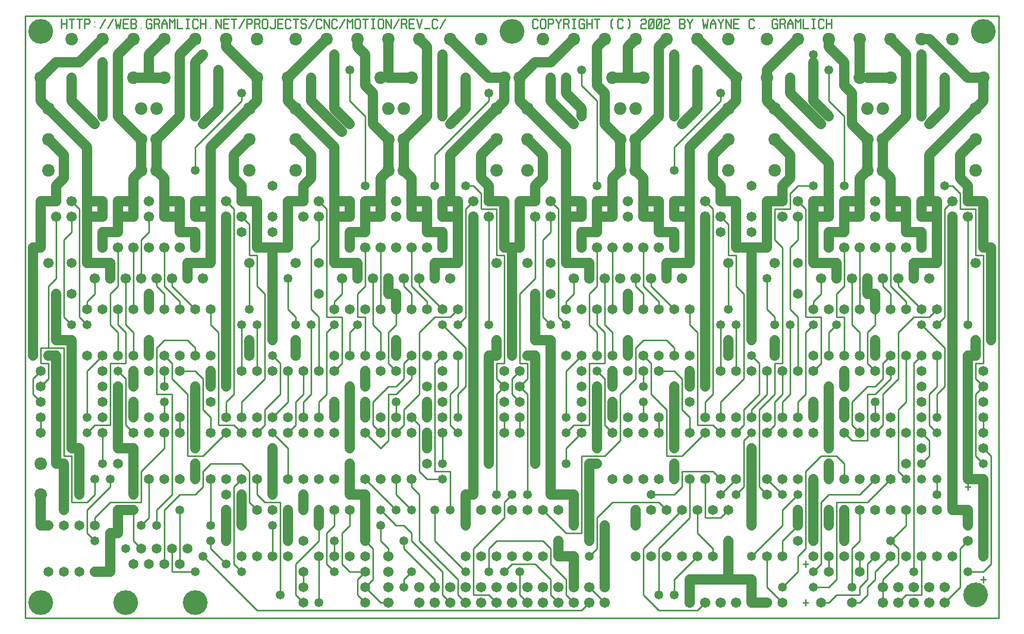
<source format=gtl>
%MOIN*%
%FSLAX25Y25*%
G04 D10 used for Character Trace; *
G04     Circle (OD=.01000) (No hole)*
G04 D11 used for Power Trace; *
G04     Circle (OD=.06700) (No hole)*
G04 D12 used for Signal Trace; *
G04     Circle (OD=.01100) (No hole)*
G04 D13 used for Via; *
G04     Circle (OD=.05800) (Round. Hole ID=.02800)*
G04 D14 used for Component hole; *
G04     Circle (OD=.06500) (Round. Hole ID=.03500)*
G04 D15 used for Component hole; *
G04     Circle (OD=.06700) (Round. Hole ID=.04300)*
G04 D16 used for Component hole; *
G04     Circle (OD=.08100) (Round. Hole ID=.05100)*
G04 D17 used for Component hole; *
G04     Circle (OD=.08900) (Round. Hole ID=.05900)*
G04 D18 used for Component hole; *
G04     Circle (OD=.11300) (Round. Hole ID=.08300)*
G04 D19 used for Component hole; *
G04     Circle (OD=.16000) (Round. Hole ID=.13000)*
G04 D20 used for Component hole; *
G04     Circle (OD=.18300) (Round. Hole ID=.15300)*
G04 D21 used for Component hole; *
G04     Circle (OD=.22291) (Round. Hole ID=.19291)*
%ADD10C,.01000*%
%ADD11C,.06700*%
%ADD12C,.01100*%
%ADD13C,.05800*%
%ADD14C,.06500*%
%ADD15C,.06700*%
%ADD16C,.08100*%
%ADD17C,.08900*%
%ADD18C,.11300*%
%ADD19C,.16000*%
%ADD20C,.18300*%
%ADD21C,.22291*%
%IPPOS*%
%LPD*%
G90*X0Y0D02*D19*X10000Y10000D03*D14*              
X25000Y30000D03*X15000D03*X35000D03*X45000D03*D11*
X55000D01*Y55000D01*X60000D01*Y70000D01*D13*D03*  
D11*X70000D01*D13*D03*D12*Y50000D01*              
X75000Y45000D01*D14*D03*X70000Y35000D03*          
X85000Y45000D03*D13*X65000D03*D14*X80000Y35000D03*
X90000D03*D12*Y70000D01*X100000Y80000D01*         
X110000D01*X115000Y85000D01*Y95000D01*            
X120000Y100000D01*X140000D01*X145000Y95000D01*    
Y75000D01*X150000Y70000D01*D14*D03*D12*           
X155000Y75000D02*X165000D01*Y15000D01*D13*D03*D12*
X180000Y10000D02*X175000Y15000D01*D14*            
X180000Y10000D03*D12*X175000Y15000D02*Y35000D01*  
X190000Y50000D01*Y60000D01*D13*D03*D11*Y70000D01* 
D14*D03*D12*X195000Y55000D02*X200000Y60000D01*    
X195000Y35000D02*Y55000D01*X200000Y30000D02*      
X195000Y35000D01*D13*X200000Y30000D03*D12*        
X210000D02*X205000Y35000D01*X210000Y30000D02*     
X220000D01*D14*D03*D12*X215000Y25000D01*Y15000D01*
X220000Y10000D01*D14*D03*D12*X230000D02*          
X235000D01*D15*D03*D12*X230000D02*                
X220000Y20000D01*D14*D03*D12*X225000Y25000D01*    
Y45000D01*X220000Y50000D01*D13*D03*D11*Y70000D01* 
D14*D03*D11*Y80000D01*X210000D01*Y90000D01*D14*   
D03*D11*Y100000D01*D13*D03*D14*X220000Y90000D03*  
D12*X240000Y70000D01*D13*D03*X230000Y60000D03*D12*
Y50000D01*X235000Y45000D01*Y40000D01*D15*D03*D13* 
X245000Y50000D03*D12*Y45000D01*X265000Y25000D01*  
Y20000D01*D15*D03*D12*X275000Y10000D02*           
X270000Y15000D01*D15*X275000Y10000D03*D12*        
X285000D02*X280000Y15000D01*D15*X285000Y10000D03* 
D12*X290000Y15000D02*X300000D01*X305000Y10000D01* 
D15*D03*X315000Y20000D03*X295000D03*              
X315000Y10000D03*X305000Y20000D03*                
X295000Y10000D03*D12*X290000Y15000D02*Y45000D01*  
X310000Y65000D01*Y75000D01*X315000Y80000D01*D13*  
D03*D14*X325000Y70000D03*X305000D03*D13*          
X325000Y80000D03*D12*Y145000D01*X320000Y150000D01*
D14*D03*D12*X325000Y155000D01*Y165000D01*         
X320000D01*Y210000D01*X330000Y220000D01*          
Y260000D01*D15*D03*D12*X335000Y245000D02*         
X340000Y250000D01*X335000Y195000D02*Y245000D01*   
X340000Y190000D02*X335000Y195000D01*D13*          
X340000Y190000D03*D12*X350000D02*                 
X345000Y195000D01*D13*X350000Y190000D03*D12*      
X345000Y195000D02*Y265000D01*X340000Y270000D01*   
D15*D03*X350000Y260000D03*D11*Y230000D01*         
X365000D01*Y220000D01*D15*D03*D12*Y210000D02*     
X370000Y215000D01*X365000Y190000D02*Y210000D01*   
X370000Y185000D02*X365000Y190000D01*              
X370000Y170000D02*Y185000D01*D14*Y170000D03*D12*  
X365000Y165000D02*X375000D01*X365000Y125000D02*   
Y165000D01*X355000Y125000D02*X365000D01*          
X350000Y120000D02*X355000Y125000D01*D13*          
X350000Y120000D03*D14*X360000Y130000D03*D13*      
X340000Y110000D03*D11*Y80000D01*X355000D01*       
Y60000D01*D13*D03*D12*X350000Y55000D02*X360000D01*
X350000D02*X335000Y70000D01*D14*D03*X345000D03*   
X315000D03*D12*X340000Y45000D02*X335000Y50000D01* 
X340000Y35000D02*Y45000D01*X350000Y25000D02*      
X340000Y35000D01*X350000Y15000D02*Y25000D01*      
X355000Y10000D02*X350000Y15000D01*D15*            
X355000Y10000D03*D12*X150000Y5000D02*X360000D01*  
X150000D02*X115000Y40000D01*D13*D03*D12*          
X130000Y35000D02*X120000Y45000D01*D13*            
X130000Y35000D03*D12*X140000Y30000D02*            
X135000Y35000D01*D13*X140000Y30000D03*D12*        
X135000Y35000D02*Y85000D01*X140000Y90000D01*D14*  
D03*D12*X155000Y75000D02*X150000Y80000D01*D14*    
X160000Y70000D03*D13*Y80000D03*D11*Y110000D01*D13*
D03*D14*X170000Y120000D03*D12*X175000Y125000D01*  
Y140000D01*X180000Y145000D01*Y160000D01*D14*D03*  
X190000D03*D12*Y195000D01*X185000Y200000D01*      
Y240000D01*X190000Y245000D01*Y260000D01*D15*D03*  
D12*X195000Y195000D02*Y265000D01*Y195000D02*      
X205000D01*Y165000D01*X200000Y160000D01*D14*D03*  
D13*X210000Y150000D03*D11*Y120000D01*D14*D03*D11* 
Y110000D01*D13*D03*D14*X220000Y120000D03*D12*     
X230000Y110000D01*X235000Y115000D01*Y145000D01*   
X240000D01*X250000Y155000D01*Y160000D01*D14*D03*  
D12*X245000Y155000D02*Y165000D01*                 
X240000Y150000D02*X245000Y155000D01*              
X235000Y150000D02*X240000D01*X225000Y140000D02*   
X235000Y150000D01*X225000Y125000D02*Y140000D01*   
X230000Y120000D02*X225000Y125000D01*D14*          
X230000Y120000D03*X240000Y130000D03*D12*          
Y140000D01*D13*D03*D12*X245000Y125000D02*         
Y135000D01*X240000Y120000D02*X245000Y125000D01*   
D14*X240000Y120000D03*X250000Y130000D03*D12*      
X255000Y125000D01*Y95000D01*X260000Y90000D01*     
X270000D01*D13*D03*D12*X275000Y70000D02*Y95000D01*
D13*Y70000D03*X285000Y60000D03*D11*Y70000D01*D14* 
D03*D11*Y80000D01*X290000D01*Y110000D01*D13*D03*  
D11*Y150000D01*D13*D03*D11*Y210000D01*D13*D03*D11*
Y260000D01*D15*D03*D12*X295000Y265000D02*         
X305000D01*Y235000D01*X310000D01*Y165000D01*      
X305000D01*Y155000D01*X310000Y150000D01*D14*D03*  
D12*X305000Y145000D01*Y80000D01*D13*D03*D14*      
X295000Y70000D03*D13*X300000Y100000D03*D11*       
Y140000D01*D13*D03*D11*Y170000D01*X305000D01*D15* 
D03*D11*Y180000D01*D13*D03*X315000Y170000D03*D11* 
Y180000D01*D13*D03*D11*Y240000D01*X310000D01*D13* 
D03*D11*Y270000D01*X300000D01*D15*D03*D11*        
Y280000D01*X295000Y285000D01*Y300000D01*          
X305000Y310000D01*D16*D03*X325000Y290000D03*      
Y330000D03*D11*X350000Y305000D01*Y270000D01*D15*  
D03*D11*Y260000D01*X360000D01*D15*D03*D11*        
Y270000D01*D15*D03*D11*X350000D01*D15*            
X340000Y260000D03*D12*Y250000D01*D11*             
X320000Y240000D02*Y270000D01*D13*Y240000D03*D11*  
X315000D01*D15*X325000Y230000D03*X305000D03*      
X300000Y260000D03*D12*Y190000D01*D13*D03*D12*     
X285000Y150000D02*Y175000D01*X280000Y145000D02*   
X285000Y150000D01*X280000Y130000D02*Y145000D01*   
D13*Y130000D03*D12*Y120000D02*X275000Y125000D01*  
D13*X280000Y120000D03*D12*X275000Y125000D02*      
Y145000D01*X280000Y150000D01*Y170000D01*D14*D03*  
D12*X285000Y175000D02*X270000Y190000D01*D13*D03*  
D12*X265000Y195000D02*X275000D01*                 
X255000Y185000D02*X265000Y195000D01*              
X255000Y145000D02*Y185000D01*X245000Y135000D02*   
X255000Y145000D01*D14*X260000Y120000D03*D11*      
Y110000D01*D13*D03*X270000Y100000D03*D12*         
Y120000D01*D14*D03*X260000Y130000D03*D11*         
Y140000D01*D13*D03*D14*X270000Y130000D03*         
Y150000D03*Y140000D03*X260000Y150000D03*          
X240000Y160000D03*D12*X235000Y165000D01*          
Y185000D01*X240000Y190000D01*Y200000D01*D14*D03*  
D11*Y210000D01*X235000D01*D13*D03*D11*Y220000D01* 
D15*D03*D12*X250000Y210000D02*X245000Y215000D01*  
X250000Y200000D02*Y210000D01*D14*Y200000D03*      
X260000D03*D12*Y205000D01*X250000Y215000D01*      
Y240000D01*D15*D03*D11*X260000Y250000D02*         
X270000D01*Y240000D01*D15*D03*D11*                
X265000Y230000D02*X280000D01*X265000Y220000D02*   
Y230000D01*D15*Y220000D03*X275000D03*X255000D03*  
D12*Y215000D01*X270000Y200000D01*D14*D03*D12*     
X275000Y195000D02*X280000Y200000D01*D14*D03*D12*  
Y190000D02*X285000Y195000D01*D13*                 
X280000Y190000D03*D12*X285000Y195000D02*          
Y265000D01*X290000Y270000D01*D15*D03*D12*         
X295000Y265000D02*Y275000D01*X290000Y280000D01*   
X285000D01*D13*D03*D11*X270000Y270000D02*         
X275000D01*D15*X270000D03*D11*Y260000D01*D15*D03* 
D11*X280000D01*D15*D03*D11*Y230000D01*            
X260000Y250000D02*Y260000D01*D15*D03*D11*         
X250000D01*D15*D03*D11*Y270000D01*D15*D03*D11*    
X260000D01*D15*D03*D11*Y260000D01*                
X250000Y270000D02*Y285000D01*X245000Y290000D01*   
D16*D03*D11*Y310000D01*D16*D03*D11*               
X260000Y325000D01*Y370000D01*X255000Y375000D01*   
D16*D03*D13*X270000Y365000D03*D11*Y325000D01*D13* 
D03*X275000Y320000D03*D11*X285000Y330000D01*      
Y350000D01*D13*D03*D12*X265000Y300000D02*         
X300000Y335000D01*X265000Y280000D02*Y300000D01*   
D13*Y280000D03*D11*X275000Y270000D02*X280000D01*  
D15*D03*D11*Y260000D01*X275000Y270000D02*         
Y300000D01*X305000Y330000D01*D16*D03*D11*         
X310000Y335000D01*Y350000D01*D16*D03*D11*         
X300000D01*X275000Y375000D01*D16*D03*X295000D03*  
X250000Y350000D03*D11*X235000D01*Y375000D01*D16*  
D03*D11*X220000Y345000D02*Y365000D01*             
X225000Y340000D02*X220000Y345000D01*              
X225000Y320000D02*Y340000D01*X235000Y310000D02*   
X225000Y320000D01*D16*X235000Y310000D03*D11*      
Y290000D01*D16*D03*D11*X230000Y285000D01*         
Y270000D01*D15*D03*D11*Y260000D01*D15*D03*D11*    
X220000D01*D15*D03*D11*Y250000D01*X210000D01*     
Y240000D01*D15*D03*D11*X200000Y230000D02*         
X215000D01*Y220000D01*D15*D03*D12*Y210000D02*     
X220000Y215000D01*X215000Y195000D02*Y210000D01*   
Y195000D02*X220000D01*Y170000D01*D14*D03*         
X230000Y160000D03*Y170000D03*D12*Y185000D01*      
X225000Y190000D01*Y220000D01*D15*D03*D12*         
X220000Y215000D02*Y240000D01*D15*D03*X230000D03*  
D12*Y200000D01*D14*D03*X220000D03*D12*            
X245000Y215000D02*Y220000D01*D15*D03*             
X260000Y240000D03*X240000D03*D13*                 
X215000Y190000D03*D12*X210000Y185000D01*          
Y170000D01*D14*D03*X220000Y160000D03*D11*         
Y150000D01*D13*D03*Y140000D03*D11*Y130000D01*D14* 
D03*X230000D03*D13*X200000Y140000D03*D11*         
Y130000D01*D14*D03*D12*X190000D02*Y140000D01*D14* 
Y130000D03*X200000Y120000D03*D12*                 
X180000Y130000D02*Y140000D01*D14*Y130000D03*      
X190000Y120000D03*D12*Y140000D02*                 
X195000Y145000D01*Y185000D01*X200000Y190000D01*   
D13*D03*D14*X210000Y200000D03*X200000D03*D12*     
Y205000D01*X205000Y210000D01*Y220000D01*D15*D03*  
D11*X200000Y230000D02*Y260000D01*D15*D03*D11*     
X210000D01*D15*D03*D11*Y270000D01*D15*D03*D11*    
X200000D01*D15*D03*D11*Y260000D01*D12*            
X195000Y265000D02*X190000Y270000D01*D15*D03*D11*  
X180000D02*Y280000D01*D15*Y270000D03*D11*         
X170000D01*Y240000D01*D13*D03*D11*X160000D01*     
Y180000D01*D13*D03*X150000Y190000D03*D12*         
Y160000D01*D14*D03*D12*X140000Y140000D02*         
X155000Y155000D01*X140000Y130000D02*Y140000D01*   
D14*Y130000D03*D12*Y120000D02*X135000Y125000D01*  
D14*X140000Y120000D03*D12*X125000Y125000D02*      
X135000D01*X125000D02*Y185000D01*                 
X120000Y190000D01*Y200000D01*D14*D03*D13*         
X130000Y210000D03*D11*Y160000D01*D14*D03*D11*     
Y150000D01*D13*D03*D12*Y140000D02*                
X135000Y145000D01*X130000Y130000D02*Y140000D01*   
D14*Y130000D03*X120000Y140000D03*Y120000D03*D12*  
Y130000D01*X115000Y135000D01*Y155000D01*          
X110000Y160000D01*X100000D01*D14*D03*D12*         
X95000Y155000D02*Y165000D01*X105000Y145000D02*    
X95000Y155000D01*X105000Y105000D02*Y145000D01*    
Y105000D02*X115000D01*X130000Y120000D01*D14*D03*  
D13*X110000Y100000D03*D11*Y90000D01*D14*D03*      
X120000D03*D12*Y60000D01*D13*D03*X130000Y50000D03*
D11*Y60000D01*D14*D03*D11*Y70000D01*D13*D03*      
X140000Y60000D03*D11*Y70000D01*D14*D03*D11*       
Y80000D01*D13*D03*D14*X150000Y90000D03*D12*       
Y80000D01*D14*X170000Y70000D03*D11*Y50000D01*D13* 
D03*X160000Y60000D03*D12*Y40000D01*D14*D03*       
X170000D03*X150000D03*X180000Y20000D03*D12*       
Y30000D01*D14*D03*X190000Y40000D03*D12*Y10000D01* 
D13*D03*D12*X205000Y35000D02*Y55000D01*           
X210000Y60000D01*Y70000D01*D14*D03*D12*           
X200000Y60000D02*Y70000D01*D14*D03*               
X180000Y90000D03*Y50000D03*D13*Y80000D03*D11*     
Y70000D01*D14*D03*D13*X200000Y50000D03*D12*       
Y40000D01*D14*D03*X210000D03*X220000D03*D13*      
X230000Y70000D03*D12*X240000Y60000D01*X245000D01* 
X250000Y55000D01*Y50000D01*X270000Y30000D01*      
Y15000D01*D15*X275000Y20000D03*X265000Y10000D03*  
D12*X280000Y15000D02*Y25000D01*D15*               
X285000Y20000D03*D12*X280000Y25000D02*            
X255000Y50000D01*Y80000D01*X250000Y85000D01*      
Y90000D01*D14*D03*X260000Y100000D03*D12*          
X250000Y70000D02*X240000Y80000D01*D13*            
X250000Y70000D03*D12*X240000Y80000D02*Y90000D01*  
D14*D03*X230000D03*D13*X265000Y70000D03*D12*      
Y50000D01*X285000Y30000D01*D13*D03*D14*           
X295000Y40000D03*X285000D03*D12*X300000Y30000D02* 
Y45000D01*D13*Y30000D03*D14*X305000Y40000D03*D13* 
X310000Y30000D03*D12*X315000Y35000D01*X330000D01* 
X340000Y25000D01*Y15000D01*X345000Y10000D01*D15*  
D03*X355000Y20000D03*D11*Y40000D01*X345000D01*D14*
D03*D11*Y50000D01*D13*D03*D14*X335000Y40000D03*   
D12*X305000Y50000D02*X335000D01*X300000Y45000D02* 
X305000Y50000D01*D14*X315000Y40000D03*D13*        
X320000Y30000D03*D12*Y15000D01*X325000Y10000D01*  
D15*D03*X335000Y20000D03*Y10000D03*               
X325000Y20000D03*X345000D03*D14*X325000Y40000D03* 
D12*X360000Y5000D02*X365000Y10000D01*D15*D03*     
X375000Y20000D03*D11*Y40000D01*D14*D03*D11*       
Y60000D01*D14*D03*D12*X370000Y45000D02*Y65000D01* 
X365000Y40000D02*X370000Y45000D01*D13*            
X365000Y40000D03*Y50000D03*D11*Y100000D01*        
X370000D01*D14*D03*D12*X360000Y105000D02*         
X375000D01*X360000Y55000D02*Y105000D01*           
X370000Y65000D02*X380000Y75000D01*X410000D01*     
X415000Y70000D01*D14*D03*D13*X405000Y80000D03*D12*
X420000D01*X425000Y85000D01*Y95000D01*X445000D01* 
X450000Y90000D01*D14*D03*D13*X460000Y80000D03*D12*
X465000Y85000D01*Y115000D01*X470000Y120000D01*D13*
D03*D12*X460000D02*X465000Y125000D01*D14*         
X460000Y120000D03*D12*X465000Y125000D02*          
Y135000D01*X475000Y145000D01*Y165000D01*          
X470000Y170000D01*D13*D03*D14*X480000Y160000D03*  
D12*Y145000D01*X470000Y135000D01*Y130000D01*D14*  
D03*D12*X475000Y85000D02*Y135000D01*              
X480000Y80000D02*X475000Y85000D01*D14*            
X480000Y80000D03*D12*X490000Y60000D02*Y70000D01*  
X470000Y40000D02*X490000Y60000D01*D13*            
X470000Y40000D03*D14*X480000D03*D12*Y20000D01*    
X490000Y10000D01*D14*D03*D13*Y20000D03*D12*       
X500000Y30000D01*Y40000D01*X505000Y45000D01*      
Y95000D01*X515000Y105000D01*X525000D01*           
X530000Y100000D01*Y90000D01*D14*D03*D12*          
X520000Y80000D02*X540000D01*X515000Y75000D02*     
X520000Y80000D01*X515000Y35000D02*Y75000D01*      
X510000Y30000D02*X515000Y35000D01*D13*            
X510000Y30000D03*D10*X503326Y35000D02*X506674D01* 
X505000Y36914D02*Y33086D01*D12*X510000Y20000D02*  
X520000D01*D13*X510000D03*D12*X515000Y10000D02*   
X520000D01*D14*X515000D03*D12*X520000D02*         
X525000Y15000D01*X540000D01*Y20000D01*            
X545000Y25000D01*Y35000D01*X550000Y40000D01*D14*  
D03*D13*X560000Y50000D03*D12*X565000Y45000D01*    
Y35000D01*X555000Y25000D01*Y20000D01*D15*D03*D12* 
Y10000D01*D15*D03*X565000Y20000D03*D12*           
X545000Y15000D02*Y20000D01*X540000Y10000D02*      
X545000Y15000D01*X535000Y10000D02*X540000D01*D14* 
X535000D03*D12*X545000Y20000D02*X550000Y25000D01* 
Y30000D01*X560000Y40000D01*D14*D03*X570000D03*D12*
X560000Y50000D02*X570000Y60000D01*Y70000D01*D14*  
D03*X580000D03*X560000D03*D13*X590000Y90000D03*   
D12*Y80000D01*D13*D03*D11*X600000Y70000D02*       
X610000D01*D14*D03*D11*Y60000D01*D13*D03*         
X620000Y50000D03*D11*Y40000D01*D14*D03*D12*       
Y30000D02*X625000Y35000D01*X610000Y30000D02*      
X620000D01*D13*X610000D03*D14*X600000Y40000D03*   
D10*X618326Y25000D02*X621674D01*X620000Y26914D02* 
Y23086D01*D12*X595000Y10000D02*X605000Y20000D01*  
D15*X595000Y10000D03*D12*X605000Y20000D02*        
Y45000D01*X610000Y50000D01*D14*D03*D11*X620000D02*
Y90000D01*X610000D01*Y100000D01*D13*D03*D11*      
Y140000D01*D13*D03*D11*Y170000D01*X615000D01*D15* 
D03*D11*Y180000D01*D13*D03*X625000D03*D11*        
Y240000D01*X620000D01*D13*D03*D11*Y270000D01*     
X610000D01*D15*D03*D11*Y280000D01*                
X605000Y285000D01*Y300000D01*X615000Y310000D01*   
D16*D03*D11*X585000Y320000D02*X595000Y330000D01*  
D13*X585000Y320000D03*X580000Y325000D03*D11*      
Y365000D01*D13*D03*D11*X610000Y350000D02*         
X585000Y375000D01*X610000Y350000D02*X620000D01*   
D16*D03*D11*Y335000D01*X615000Y330000D01*D16*D03* 
D11*X585000Y300000D01*Y270000D01*X580000D01*D15*  
D03*D11*Y260000D01*D15*D03*D11*X590000D01*D15*D03*
D11*Y230000D01*X575000D01*Y220000D01*D15*D03*     
X585000D03*X565000D03*D12*Y215000D01*             
X580000Y200000D01*D14*D03*D12*X575000Y195000D02*  
X585000D01*X565000Y185000D02*X575000Y195000D01*   
X565000Y155000D02*Y185000D01*X555000Y145000D02*   
X565000Y155000D01*X555000Y125000D02*Y145000D01*   
X550000Y120000D02*X555000Y125000D01*D14*          
X550000Y120000D03*D12*X535000Y115000D02*          
X545000D01*X535000D02*X530000Y120000D01*D14*D03*  
D12*X540000D02*X535000Y125000D01*D14*             
X540000Y120000D03*D12*X545000Y115000D02*          
Y145000D01*X550000D01*X560000Y155000D01*          
Y160000D01*D14*D03*D12*X555000Y155000D02*         
Y165000D01*X550000Y150000D02*X555000Y155000D01*   
X545000Y150000D02*X550000D01*X535000Y140000D02*   
X545000Y150000D01*X535000Y125000D02*Y140000D01*   
D14*X540000Y130000D03*X530000D03*D11*Y140000D01*  
D13*D03*X520000Y150000D03*D11*Y120000D01*D14*D03* 
D11*Y110000D01*D13*D03*D14*X510000Y120000D03*D13* 
X520000Y100000D03*D11*Y90000D01*D14*D03*          
X510000D03*D11*Y50000D01*D13*D03*D14*             
X520000Y40000D03*D12*Y30000D01*D14*D03*D12*       
Y20000D02*X525000Y25000D01*Y75000D01*X545000D01*  
X560000Y90000D01*D14*D03*D12*X570000D02*          
X565000Y95000D01*D13*X570000Y90000D03*D12*        
X565000Y95000D02*Y135000D01*X570000Y140000D01*    
Y170000D01*D14*D03*D12*X575000Y30000D02*          
Y165000D01*D13*Y30000D03*D15*X585000Y20000D03*D14*
X580000Y40000D03*D12*Y15000D01*X570000D01*        
X565000Y10000D01*D15*D03*X575000Y20000D03*        
Y10000D03*X585000D03*D14*X540000Y30000D03*D12*    
Y40000D01*D14*D03*D12*X535000Y20000D02*Y45000D01* 
D13*Y20000D03*D14*X530000Y40000D03*X510000D03*D12*
X535000Y45000D02*X540000Y50000D01*Y70000D01*D14*  
D03*X550000D03*D12*X540000Y80000D02*              
X550000Y90000D01*D14*D03*X540000D03*              
X530000Y70000D03*D11*Y50000D01*D13*D03*           
X520000Y60000D03*D11*Y70000D01*D14*D03*           
X500000Y90000D03*Y50000D03*D13*Y80000D03*D12*     
X490000Y70000D01*D13*X500000Y60000D03*D12*        
X490000Y50000D01*Y40000D01*D14*D03*D13*           
X470000Y60000D03*D11*Y110000D01*D13*D03*D14*      
X480000Y120000D03*D12*X485000Y125000D01*          
Y140000D01*X490000Y145000D01*Y160000D01*D14*D03*  
D12*X485000Y145000D02*Y165000D01*                 
X475000Y135000D02*X485000Y145000D01*D14*          
X480000Y130000D03*X490000Y120000D03*Y130000D03*   
D12*Y140000D01*X495000Y145000D01*Y190000D01*D13*  
D03*D12*X500000Y160000D02*Y195000D01*D14*         
Y160000D03*X510000Y170000D03*D12*                 
X485000Y165000D02*X490000D01*Y240000D01*          
X485000Y245000D01*Y265000D01*X495000D01*          
Y275000D01*X500000Y280000D01*X510000D01*D13*D03*  
D15*X520000Y270000D03*D11*Y260000D01*D15*D03*D11* 
X510000D01*D15*D03*D11*Y230000D01*X525000D01*     
Y220000D01*D15*D03*D12*Y210000D02*                
X530000Y215000D01*X525000Y195000D02*Y210000D01*   
Y195000D02*X530000D01*Y170000D01*D14*D03*         
X540000Y160000D03*Y170000D03*D12*Y185000D01*      
X535000Y190000D01*Y220000D01*D15*D03*D12*         
X530000Y215000D02*Y240000D01*D15*D03*D11*         
X520000D02*Y250000D01*D15*Y240000D03*D11*         
Y250000D02*X530000D01*D15*Y260000D03*D11*         
Y250000D01*D15*X540000Y240000D03*D12*Y200000D01*  
D14*D03*D12*X545000Y185000D02*X550000Y190000D01*  
X545000Y165000D02*Y185000D01*X550000Y160000D02*   
X545000Y165000D01*D14*X550000Y160000D03*D12*      
X555000Y165000D02*X560000Y170000D01*D14*D03*D13*  
X550000Y180000D03*D11*Y170000D01*D14*D03*D13*     
X530000Y150000D03*D11*Y160000D01*D14*D03*         
X520000Y170000D03*D12*Y185000D01*                 
X525000Y190000D01*D13*D03*D14*X530000Y200000D03*  
D12*X515000Y165000D02*Y195000D01*                 
X510000Y160000D02*X515000Y165000D01*D14*          
X510000Y160000D03*D12*X500000Y140000D02*          
X505000Y145000D01*X500000Y130000D02*Y140000D01*   
D14*Y130000D03*D13*X510000Y140000D03*D11*         
Y130000D01*D14*D03*X500000Y120000D03*D12*         
X505000Y145000D02*Y185000D01*X510000Y190000D01*   
D13*D03*D12*X505000Y195000D02*X515000D01*         
X505000D02*Y265000D01*X500000Y270000D01*D15*D03*  
D11*X510000Y260000D02*Y270000D01*D15*D03*D11*     
X520000D01*Y295000D01*X485000Y330000D01*D16*D03*  
D11*X480000Y335000D01*Y350000D01*D16*D03*D11*     
Y355000D01*X500000Y375000D01*D16*D03*D13*         
X510000Y365000D03*D11*Y335000D02*Y360000D01*      
X520000Y325000D02*X510000Y335000D01*D13*          
X520000Y325000D03*X515000Y320000D03*D11*          
X495000Y340000D01*Y350000D01*D13*D03*D16*         
X520000Y375000D03*D11*Y370000D01*                 
X530000Y360000D01*Y345000D01*X535000Y340000D01*   
Y320000D01*X545000Y310000D01*D16*D03*D11*         
Y290000D01*D16*D03*D11*X540000Y285000D01*         
Y270000D01*D15*D03*D11*Y260000D01*D15*D03*D11*    
X530000D01*Y270000D01*D15*D03*D11*X540000D01*D15* 
X550000Y260000D03*D13*X530000Y280000D03*D12*      
Y325000D01*X520000Y335000D01*Y355000D01*D13*D03*  
D16*X540000Y375000D03*D11*Y350000D01*D16*D03*D11* 
X545000D02*X560000D01*D16*D03*D11*                
X570000Y325000D02*Y365000D01*X555000Y310000D02*   
X570000Y325000D01*D16*X555000Y310000D03*D11*      
Y290000D01*D16*D03*D11*X560000Y285000D01*         
Y270000D01*D15*D03*D11*Y260000D01*D15*D03*D11*    
X570000D01*D15*D03*D11*Y250000D01*X580000D01*     
Y240000D01*D15*D03*X570000D03*X600000Y260000D03*  
D11*Y210000D01*D13*D03*D11*Y150000D01*D13*D03*D11*
Y110000D01*D13*D03*D11*Y70000D01*D14*X590000D03*  
D10*X608326Y85000D02*X611674D01*X610000Y86914D02* 
Y83086D01*D13*X580000Y90000D03*D14*               
X570000Y100000D03*D13*X620000D03*D12*             
X615000Y105000D01*Y145000D01*X620000Y150000D01*   
D14*D03*D12*X615000Y155000D01*Y165000D01*         
X620000D01*Y235000D01*X615000D01*Y265000D01*      
X605000D01*Y275000D01*X600000Y280000D01*          
X595000D01*D13*D03*D11*X585000Y270000D02*         
X590000D01*D15*D03*D11*Y260000D01*D12*            
X595000Y195000D02*Y265000D01*X590000Y190000D02*   
X595000Y195000D01*D13*X590000Y190000D03*D12*      
X585000Y195000D02*X590000Y200000D01*D14*D03*D13*  
X580000Y190000D03*D12*X595000Y175000D01*          
Y150000D01*X590000Y145000D01*Y130000D01*D13*D03*  
D12*Y120000D02*X585000Y125000D01*D13*             
X590000Y120000D03*D12*X585000Y125000D02*          
Y145000D01*X590000Y150000D01*Y170000D01*D14*D03*  
X580000Y160000D03*Y170000D03*D12*                 
X575000Y165000D01*D14*X580000Y150000D03*D12*      
X550000Y190000D02*Y200000D01*D14*D03*D11*         
Y210000D01*X545000D01*D13*D03*D11*Y220000D01*D15* 
D03*D12*X560000Y210000D02*X555000Y215000D01*      
X560000Y200000D02*Y210000D01*D14*Y200000D03*      
X570000D03*D12*Y205000D01*X560000Y215000D01*      
Y240000D01*D15*D03*X550000D03*D11*                
X570000Y260000D02*Y270000D01*D15*D03*D11*         
X560000D01*D15*X550000D03*D12*X595000Y265000D02*  
X600000Y270000D01*D15*D03*X610000Y260000D03*D12*  
Y190000D01*D13*D03*D14*X620000Y160000D03*D15*     
X615000Y230000D03*D14*X580000Y140000D03*          
X620000D03*D15*X555000Y220000D03*D12*Y215000D01*  
D14*X520000Y200000D03*D15*X515000Y220000D03*D12*  
Y210000D01*X510000Y205000D01*Y200000D01*D14*D03*  
X500000Y210000D03*D12*Y195000D02*                 
X495000Y200000D01*Y240000D01*X500000Y245000D01*   
Y260000D01*D15*D03*X490000Y270000D03*D11*         
X480000D01*Y240000D01*D13*D03*D11*X470000D01*     
Y180000D01*D13*D03*X460000Y190000D03*D12*         
Y160000D01*D14*D03*D12*X450000Y140000D02*         
X465000Y155000D01*X450000Y130000D02*Y140000D01*   
D14*Y130000D03*D12*Y120000D02*X445000Y125000D01*  
D14*X450000Y120000D03*D12*X435000Y125000D02*      
X445000D01*X435000D02*Y185000D01*                 
X430000Y190000D01*Y200000D01*D14*D03*D13*         
X440000Y210000D03*D11*Y160000D01*D14*D03*D11*     
Y150000D01*D13*D03*D12*Y140000D02*                
X445000Y145000D01*X440000Y130000D02*Y140000D01*   
D14*Y130000D03*X430000Y140000D03*Y120000D03*D12*  
Y130000D01*X425000Y135000D01*Y155000D01*          
X420000Y160000D01*X410000D01*D14*D03*D12*         
X405000Y145000D02*Y165000D01*X415000Y135000D02*   
X405000Y145000D01*X415000Y105000D02*Y135000D01*   
Y105000D02*X425000D01*X440000Y120000D01*D14*D03*  
D13*X420000Y100000D03*D11*Y90000D01*D14*D03*      
X430000D03*D12*Y65000D01*X410000Y45000D01*        
Y15000D01*D13*D03*D12*X420000D02*Y25000D01*D13*   
Y15000D03*D11*X430000Y10000D02*Y25000D01*D15*     
Y10000D03*D12*X410000Y5000D02*X435000D01*         
X410000D02*X400000Y15000D01*Y45000D01*            
X425000Y70000D01*D14*D03*X435000D03*D12*Y55000D01*
X445000Y45000D01*Y40000D01*D14*D03*D13*           
X455000Y50000D03*D11*Y40000D01*D14*D03*D11*       
Y25000D01*X430000D01*D12*X420000D02*              
X435000Y40000D01*D14*D03*X425000D03*D11*          
X455000Y25000D02*X470000D01*Y10000D01*X480000D01* 
D15*D03*X460000D03*D10*X503326D02*X506674D01*     
X505000Y11914D02*Y8086D01*D15*X450000Y10000D03*   
X440000D03*D12*X435000Y5000D01*D14*               
X415000Y40000D03*X405000D03*X395000D03*D13*       
Y60000D03*D11*Y70000D01*D14*D03*X405000D03*       
X410000Y90000D03*X400000D03*X390000D03*X380000D03*
D12*X375000Y105000D02*X385000Y115000D01*          
Y145000D01*X395000Y155000D01*Y175000D01*          
X400000Y180000D01*X415000D01*X420000Y175000D01*   
Y170000D01*D14*D03*X430000Y160000D03*D11*         
Y150000D01*D13*D03*X420000D03*D11*Y120000D01*D14* 
D03*D11*Y110000D01*D13*D03*D14*X410000Y120000D03* 
D12*Y130000D01*D14*D03*D13*X400000Y140000D03*D12* 
Y130000D01*D14*D03*X390000Y120000D03*Y130000D03*  
X400000Y120000D03*D13*X380000Y150000D03*D11*      
Y160000D01*D14*D03*D12*X375000Y165000D02*         
Y185000D01*X370000Y190000D01*Y200000D01*D14*D03*  
X380000D03*D12*Y240000D01*D15*D03*D11*            
X360000Y250000D02*X370000D01*X360000Y240000D02*   
Y250000D01*D15*Y240000D03*D11*X370000Y250000D02*  
Y260000D01*D15*D03*D11*X380000D01*D15*D03*D11*    
Y270000D01*D15*D03*D11*X370000D01*D15*D03*D11*    
Y260000D01*X380000Y270000D02*Y285000D01*          
X385000Y290000D01*D16*D03*D11*Y310000D01*D16*D03* 
D11*X375000Y320000D01*Y340000D01*                 
X370000Y345000D01*Y370000D01*X375000Y375000D01*   
D16*D03*D11*X390000Y350000D02*Y370000D01*         
X380000Y350000D02*X390000D01*D16*X380000D03*D11*  
X390000D02*X400000D01*D16*D03*X385000Y330000D03*  
D11*X410000Y325000D02*Y370000D01*                 
X395000Y310000D02*X410000Y325000D01*D16*          
X395000Y310000D03*D11*Y290000D01*D16*D03*D11*     
X400000Y285000D01*Y270000D01*D15*D03*D11*         
Y260000D01*D15*D03*D11*X410000D01*D15*D03*D11*    
Y250000D01*X420000D01*Y240000D01*D15*D03*D11*     
X415000Y230000D02*X430000D01*X415000Y220000D02*   
Y230000D01*D15*Y220000D03*X425000D03*X405000D03*  
D12*Y215000D01*X420000Y200000D01*D14*D03*D12*     
X410000D02*Y205000D01*D14*Y200000D03*D12*         
Y205000D02*X400000Y215000D01*Y240000D01*D15*D03*  
X410000D03*X390000D03*X420000Y260000D03*D11*      
X430000D01*D15*D03*D11*Y230000D01*D14*            
X450000Y250000D03*D11*X440000Y210000D02*          
Y260000D01*D15*D03*D12*X445000Y145000D02*         
Y265000D01*D14*X460000Y130000D03*                 
X450000Y160000D03*D12*Y190000D01*D13*D03*         
X455000Y200000D03*D12*Y230000D01*D15*D03*D12*     
X460000Y215000D02*Y235000D01*X465000Y210000D02*   
X460000Y215000D01*X465000Y155000D02*Y210000D01*   
D14*X470000Y160000D03*D15*X455000Y170000D03*D11*  
Y180000D01*D13*D03*D14*X430000Y170000D03*D12*     
X485000Y195000D02*X480000Y200000D01*              
X485000Y190000D02*Y195000D01*D13*Y190000D03*      
Y180000D03*D11*Y170000D01*D15*D03*D12*            
X480000Y200000D02*Y220000D01*D13*D03*D15*         
X485000Y230000D03*D13*X460000Y240000D03*D11*      
X470000D01*D14*Y250000D03*D11*X460000Y240000D02*  
Y270000D01*X450000D01*D15*D03*D11*Y280000D01*     
X445000Y285000D01*Y300000D01*X455000Y310000D01*   
D16*D03*D11*X425000Y320000D02*X435000Y330000D01*  
D13*X425000Y320000D03*X420000Y325000D03*D11*      
Y365000D01*D13*D03*D11*X410000Y370000D02*         
X415000Y375000D01*D16*D03*D13*X435000Y355000D03*  
D11*Y330000D01*D12*X420000Y305000D02*             
X450000Y335000D01*X420000Y290000D02*Y305000D01*   
D13*Y290000D03*D11*X430000Y270000D02*Y305000D01*  
D15*Y270000D03*D11*Y260000D01*D15*                
X440000Y270000D03*D12*X445000Y265000D01*D15*      
X450000Y260000D03*D12*X455000Y255000D01*          
Y235000D01*X460000D01*D14*X470000Y260000D03*D15*  
X490000D03*D11*Y270000D02*Y280000D01*             
X495000Y285000D01*Y300000D01*X485000Y310000D01*   
D16*D03*Y290000D03*D11*X455000Y330000D02*         
X460000Y335000D01*D16*X455000Y330000D03*D11*      
X430000Y305000D01*D16*X455000Y290000D03*D11*      
X460000Y335000D02*Y350000D01*D16*D03*D11*         
X435000Y375000D01*D16*D03*X455000D03*D13*         
X450000Y340000D03*D12*Y335000D01*D16*             
X480000Y375000D03*X395000D03*D11*                 
X390000Y370000D01*D13*X360000Y355000D03*D12*      
Y345000D01*X370000Y335000D01*Y280000D01*D13*D03*  
D15*X390000Y260000D03*Y270000D03*D11*X400000D02*  
X410000D01*D15*D03*D11*Y260000D01*D15*            
X420000Y270000D03*D11*Y260000D01*Y270000D02*      
X430000D01*D15*X375000Y220000D03*D12*Y190000D01*  
X380000Y185000D01*Y170000D01*D14*D03*             
X390000Y160000D03*D13*Y180000D03*D11*Y170000D01*  
D14*D03*X400000Y160000D03*D12*Y150000D01*D13*D03* 
D12*X405000Y165000D02*X400000Y170000D01*D14*D03*  
X410000D03*D12*X375000Y125000D02*Y155000D01*      
X380000Y120000D02*X375000Y125000D01*D14*          
X380000Y120000D03*D13*X370000Y110000D03*D11*      
Y120000D01*D14*D03*D11*Y150000D01*D13*D03*D12*    
X375000Y155000D02*X370000Y160000D01*D13*D03*D14*  
X360000Y170000D03*D12*X350000Y160000D01*          
Y130000D01*D13*D03*D14*X360000Y120000D03*D12*     
X350000Y110000D01*Y100000D01*D13*D03*D11*         
X340000Y110000D02*Y150000D01*D13*D03*D11*         
Y180000D01*X330000D01*Y210000D01*D13*D03*D14*     
X340000D03*X350000Y200000D03*D12*Y205000D01*      
X355000Y210000D01*Y220000D01*D15*D03*D14*         
X340000Y230000D03*D12*X370000Y215000D02*          
Y240000D01*D15*D03*X385000Y220000D03*D12*         
X400000Y210000D02*X395000Y215000D01*              
X400000Y200000D02*Y210000D01*D14*Y200000D03*D13*  
X390000Y210000D03*D11*Y200000D01*D14*D03*D12*     
X395000Y215000D02*Y220000D01*D15*D03*D14*         
X360000Y200000D03*X350000Y170000D03*              
X360000Y160000D03*D11*X330000Y270000D02*          
Y280000D01*D15*Y270000D03*D11*X320000D01*         
X330000Y280000D02*X335000Y285000D01*Y300000D01*   
X325000Y310000D01*D16*D03*X305000Y290000D03*D11*  
X325000Y330000D02*X320000Y335000D01*Y350000D01*   
D16*D03*D11*X330000Y360000D01*X340000D01*         
X355000Y375000D01*D16*D03*X335000D03*D13*         
X340000Y350000D03*D11*Y335000D01*                 
X355000Y320000D01*D13*D03*X360000Y325000D03*D11*  
Y330000D01*X350000Y340000D01*Y350000D01*D13*D03*  
D19*X315000Y380000D03*D10*X331674Y383086D02*      
X330837Y382129D01*X329163D01*X328326Y383086D01*   
Y386914D01*X329163Y387871D01*X330837D01*          
X331674Y386914D01*X336674Y383086D02*              
X335837Y382129D01*X334163D01*X333326Y383086D01*   
Y386914D01*X334163Y387871D01*X335837D01*          
X336674Y386914D01*Y383086D01*X338326Y382129D02*   
Y387871D01*X340837D01*X341674Y386914D01*          
Y385957D01*X340837Y385000D01*X338326D01*          
X343326Y387871D02*X345000Y385000D01*              
X346674Y387871D01*X345000Y385000D02*Y382129D01*   
X348326D02*Y387871D01*X350837D01*                 
X351674Y386914D01*Y385957D01*X350837Y385000D01*   
X348326D01*X350837D02*X351674Y382129D01*          
X355000D02*Y387871D01*X354163Y382129D02*          
X355837D01*X354163Y387871D02*X355837D01*          
X361674Y383086D02*X360837Y382129D01*X359163D01*   
X358326Y383086D01*Y386914D01*X359163Y387871D01*   
X360837D01*X361674Y386914D01*X360000Y385000D02*   
X361674D01*Y382129D01*X363326D02*Y387871D01*      
X366674Y382129D02*Y387871D01*X363326Y385000D02*   
X366674D01*X370000Y382129D02*Y387871D01*          
X368326D02*X371674D01*X380000D02*                 
X379163Y386914D01*Y383086D01*X380000Y382129D01*   
X386674Y383086D02*X385837Y382129D01*X384163D01*   
X383326Y383086D01*Y386914D01*X384163Y387871D01*   
X385837D01*X386674Y386914D01*X390000Y387871D02*   
X390837Y386914D01*Y383086D01*X390000Y382129D01*   
X398326Y386914D02*X399163Y387871D01*X400837D01*   
X401674Y386914D01*Y385957D01*X400837Y385000D01*   
X399163D01*X398326Y384043D01*Y382129D01*          
X401674D01*X406674Y383086D02*X405837Y382129D01*   
X404163D01*X403326Y383086D01*Y386914D01*          
X404163Y387871D01*X405837D01*X406674Y386914D01*   
Y383086D01*X403326Y382129D02*X406674Y387871D01*   
X411674Y383086D02*X410837Y382129D01*X409163D01*   
X408326Y383086D01*Y386914D01*X409163Y387871D01*   
X410837D01*X411674Y386914D01*Y383086D01*          
X408326Y382129D02*X411674Y387871D01*              
X413326Y386914D02*X414163Y387871D01*X415837D01*   
X416674Y386914D01*Y385957D01*X415837Y385000D01*   
X414163D01*X413326Y384043D01*Y382129D01*          
X416674D01*X423326D02*Y387871D01*X425837D01*      
X426674Y386914D01*Y385957D01*X425837Y385000D01*   
X426674Y384043D01*Y383086D01*X425837Y382129D01*   
X423326D01*Y385000D02*X425837D01*                 
X428326Y387871D02*X430000Y385000D01*              
X431674Y387871D01*X430000Y385000D02*Y382129D01*   
X438326Y387871D02*X439163Y382129D01*              
X440000Y385000D01*X440837Y382129D01*              
X441674Y387871D01*X443326Y382129D02*Y385000D01*   
X445000Y387871D01*X446674Y385000D01*Y382129D01*   
X443326Y385000D02*X446674D01*X448326Y387871D02*   
X450000Y385000D01*X451674Y387871D01*              
X450000Y385000D02*Y382129D01*X453326D02*          
Y387871D01*X456674Y382129D01*Y387871D01*          
X461674Y382129D02*X458326D01*Y387871D01*          
X461674D01*X458326Y385000D02*X460837D01*          
X471674Y383086D02*X470837Y382129D01*X469163D01*   
X468326Y383086D01*Y386914D01*X469163Y387871D01*   
X470837D01*X471674Y386914D01*X475000Y382129D03*   
X486674Y383086D02*X485837Y382129D01*X484163D01*   
X483326Y383086D01*Y386914D01*X484163Y387871D01*   
X485837D01*X486674Y386914D01*X485000Y385000D02*   
X486674D01*Y382129D01*X488326D02*Y387871D01*      
X490837D01*X491674Y386914D01*Y385957D01*          
X490837Y385000D01*X488326D01*X490837D02*          
X491674Y382129D01*X493326D02*Y385000D01*          
X495000Y387871D01*X496674Y385000D01*Y382129D01*   
X493326Y385000D02*X496674D01*X498326Y382129D02*   
Y387871D01*X500000Y385957D01*X501674Y387871D01*   
Y382129D01*X503326Y387871D02*Y382129D01*          
X506674D01*X510000D02*Y387871D01*                 
X509163Y382129D02*X510837D01*X509163Y387871D02*   
X510837D01*X516674Y383086D02*X515837Y382129D01*   
X514163D01*X513326Y383086D01*Y386914D01*          
X514163Y387871D01*X515837D01*X516674Y386914D01*   
X518326Y382129D02*Y387871D01*X521674Y382129D02*   
Y387871D01*X518326Y385000D02*X521674D01*D16*      
X395000Y330000D03*D13*X300000Y340000D03*D12*      
Y335000D01*D16*X245000Y330000D03*D15*             
X240000Y270000D03*D16*X235000Y330000D03*          
X230000Y350000D03*D11*X220000Y270000D02*          
X230000D01*D15*X220000D03*D11*Y260000D01*         
X200000Y270000D02*Y305000D01*X175000Y330000D01*   
D16*D03*D11*X170000Y335000D01*Y350000D01*D16*D03* 
D11*X195000Y375000D01*D16*D03*D13*                
X200000Y365000D03*D11*Y330000D01*                 
X210000Y320000D01*D13*D03*X205000Y315000D03*D11*  
X185000Y335000D01*Y350000D01*D13*D03*D12*         
X220000Y325000D02*X210000Y335000D01*              
X220000Y280000D02*Y325000D01*D13*Y280000D03*D15*  
X240000Y260000D03*D11*X185000Y285000D02*          
Y300000D01*X180000Y280000D02*X185000Y285000D01*   
D16*X175000Y290000D03*D14*X160000Y260000D03*D11*  
X185000Y300000D02*X175000Y310000D01*D16*D03*D11*  
X145000Y330000D02*X150000Y335000D01*D16*          
X145000Y330000D03*D11*X120000Y305000D01*          
Y270000D01*D15*D03*D11*Y260000D01*D15*D03*D11*    
Y230000D01*X105000D01*Y220000D01*D15*D03*         
X115000D03*X95000D03*D12*Y215000D01*              
X110000Y200000D01*D14*D03*D12*X100000D02*         
Y205000D01*D14*Y200000D03*D12*Y205000D02*         
X90000Y215000D01*Y240000D01*D15*D03*D11*          
X100000Y250000D02*X110000D01*Y240000D01*D15*D03*  
D11*X100000Y250000D02*Y260000D01*D15*D03*D11*     
X90000D01*D15*D03*D11*Y270000D01*D15*D03*D11*     
X100000D01*D15*D03*D11*Y260000D01*D15*            
X110000Y270000D03*D11*Y260000D01*D15*D03*D11*     
X120000D01*D15*X130000Y270000D03*D12*             
X135000Y265000D01*Y145000D01*D14*                 
X150000Y130000D03*X120000Y160000D03*D11*          
Y150000D01*D13*D03*X110000D03*D11*Y120000D01*D14* 
D03*D11*Y110000D01*D13*D03*D14*X100000Y120000D03* 
D12*Y130000D01*D14*D03*D13*X90000Y140000D03*D12*  
Y130000D01*D14*D03*X80000Y120000D03*Y130000D03*   
X90000Y120000D03*D12*Y110000D01*X75000Y95000D01*  
Y75000D01*X55000D01*X45000Y65000D01*Y60000D01*D14*
D03*D12*Y50000D02*X40000Y55000D01*D13*            
X45000Y50000D03*D12*X40000Y55000D02*Y70000D01*    
X55000Y85000D01*Y90000D01*D13*D03*D12*            
X40000Y75000D02*X45000Y80000D01*X30000Y75000D02*  
X40000D01*X30000D02*Y105000D01*X25000D01*         
Y175000D01*X15000D01*X10000D01*Y165000D01*        
X15000D01*Y155000D01*X10000Y150000D01*D14*D03*D12*
X5000Y145000D02*Y155000D01*X10000Y140000D02*      
X5000Y145000D01*D14*X10000Y140000D03*D13*         
X20000D03*D11*Y110000D01*D13*D03*D11*Y100000D01*  
X25000D01*D13*D03*D11*Y70000D01*D13*D03*D14*      
X35000Y60000D03*D13*Y80000D03*D11*Y110000D01*D13* 
D03*D11*X30000D01*Y150000D01*D13*D03*D11*         
Y180000D01*X20000D01*Y210000D01*D13*D03*D12*      
X15000Y175000D02*Y215000D01*D11*X20000Y140000D02* 
Y170000D01*D14*X10000Y130000D03*D12*Y120000D01*   
D14*D03*D16*Y100000D03*D13*X40000Y120000D03*D12*  
X45000Y125000D01*X55000D01*Y165000D01*X65000D01*  
Y185000D01*X60000Y190000D01*Y200000D01*D14*D03*   
D12*Y185000D02*X55000Y190000D01*X60000Y170000D02* 
Y185000D01*D14*Y170000D03*X70000Y160000D03*D11*   
Y150000D01*D13*D03*D12*X65000Y125000D02*          
Y155000D01*X70000Y120000D02*X65000Y125000D01*D14* 
X70000Y120000D03*D13*X60000Y110000D03*D11*        
X70000D01*Y90000D01*D14*D03*D11*Y80000D01*D13*D03*
D14*X80000Y90000D03*D12*Y65000D01*X75000Y60000D01*
D13*D03*D12*X85000D02*Y70000D01*D13*Y60000D03*D12*
Y70000D02*X95000Y80000D01*Y145000D01*X85000D01*   
Y175000D01*X90000Y180000D01*X105000D01*           
X110000Y175000D01*Y170000D01*D14*D03*X120000D03*  
X100000D03*D12*X95000Y165000D02*X90000Y170000D01* 
D14*D03*D13*X80000Y180000D03*D11*Y170000D01*D14*  
D03*X90000Y160000D03*D12*Y150000D01*D13*D03*D14*  
X80000Y160000D03*X70000Y170000D03*D12*Y185000D01* 
X65000Y190000D01*Y220000D01*D15*D03*D12*          
X55000Y210000D02*X60000Y215000D01*                
X55000Y190000D02*Y210000D01*D14*X50000Y200000D03* 
D12*X40000D02*Y205000D01*D14*Y200000D03*D12*      
Y190000D02*X35000Y195000D01*D13*X40000Y190000D03* 
D12*X35000Y195000D02*Y265000D01*X30000Y270000D01* 
D15*D03*X40000Y260000D03*D11*Y230000D01*X55000D01*
Y220000D01*D15*D03*D12*X60000Y215000D02*          
Y240000D01*D15*D03*D11*X50000D02*Y250000D01*D15*  
Y240000D03*D11*Y250000D02*X60000D01*D15*          
Y260000D03*D11*Y250000D01*D15*X70000Y240000D03*   
D12*Y200000D01*D14*D03*D13*X80000Y210000D03*D11*  
Y200000D01*D14*D03*D12*X90000D02*Y210000D01*D14*  
Y200000D03*D12*Y210000D02*X85000Y215000D01*       
Y220000D01*D15*D03*X75000D03*D12*Y245000D01*      
X80000Y250000D01*Y260000D01*D15*D03*D11*          
X90000Y270000D02*Y285000D01*X85000Y290000D01*D16* 
D03*D11*Y310000D01*D16*D03*D11*X100000Y325000D01* 
Y365000D01*X110000Y375000D01*D16*D03*D13*         
X115000Y365000D03*D11*X110000Y360000D01*          
Y325000D01*D13*D03*X115000Y320000D03*D11*         
X125000Y330000D01*Y355000D01*D13*D03*             
X140000Y340000D03*D12*Y335000D01*                 
X110000Y305000D01*Y290000D01*D13*D03*D11*         
Y270000D02*X120000D01*D15*X130000Y260000D03*D11*  
Y210000D01*D13*X145000Y200000D03*D12*Y230000D01*  
D15*D03*D12*X150000Y215000D02*Y235000D01*         
X155000Y210000D02*X150000Y215000D01*              
X155000Y155000D02*Y210000D01*D14*                 
X160000Y160000D03*D12*X155000Y135000D02*          
X165000Y145000D01*X155000Y125000D02*Y135000D01*   
X150000Y120000D02*X155000Y125000D01*D14*          
X150000Y120000D03*X160000Y130000D03*D12*          
X170000Y140000D01*Y160000D01*D14*D03*D12*         
X165000Y145000D02*Y165000D01*X180000Y140000D02*   
X185000Y145000D01*Y190000D01*D13*D03*             
X175000Y180000D03*D11*Y170000D01*D15*D03*D12*     
X165000Y165000D02*X160000Y170000D01*D13*D03*      
X145000Y180000D03*D11*Y170000D01*D15*D03*D14*     
X140000Y160000D03*D12*Y190000D01*D13*D03*         
X170000Y220000D03*D12*Y200000D01*                 
X175000Y195000D01*Y190000D01*D13*D03*D14*         
X190000Y210000D03*X200000Y170000D03*              
X190000Y230000D03*D15*X175000D03*D12*             
X145000Y235000D02*X150000D01*X145000D02*          
Y255000D01*X140000Y260000D01*D15*D03*D11*         
X150000Y240000D02*Y270000D01*D13*Y240000D03*D11*  
X160000D01*D14*Y250000D03*D15*X180000Y260000D03*  
D14*X140000Y250000D03*D11*Y270000D02*X150000D01*  
D15*X140000D03*D11*Y280000D01*X135000Y285000D01*  
Y300000D01*X145000Y310000D01*D16*D03*Y290000D03*  
D11*X150000Y335000D02*Y350000D01*D16*D03*D11*     
X130000Y370000D01*Y375000D01*D16*D03*X150000D03*  
X90000D03*D11*X80000Y365000D01*Y350000D01*        
X70000D01*D16*D03*D11*X80000D02*X90000D01*D16*D03*
X75000Y330000D03*X85000D03*X70000Y375000D03*D11*  
X60000Y365000D01*Y325000D01*X75000Y310000D01*D16* 
D03*D11*Y290000D01*D16*D03*D11*X70000Y285000D01*  
Y270000D01*D15*D03*D11*Y260000D01*D15*D03*D11*    
X60000D01*Y270000D01*D15*D03*D11*X70000D01*D15*   
X80000D03*X50000D03*D11*Y260000D01*D15*D03*D11*   
X40000D01*Y270000D01*D15*D03*D11*X50000D01*       
X40000D02*Y305000D01*X15000Y330000D01*D16*D03*D11*
X10000Y335000D01*Y350000D01*D16*D03*D11*          
X20000Y360000D01*X35000D01*X50000Y375000D01*D16*  
D03*D13*Y360000D03*D11*Y325000D01*D13*D03*        
X45000Y320000D03*D11*X30000Y335000D01*Y350000D01* 
D13*D03*D16*Y375000D03*D19*X10000Y380000D03*D10*  
X23326Y382129D02*Y387871D01*X26674Y382129D02*     
Y387871D01*X23326Y385000D02*X26674D01*            
X30000Y382129D02*Y387871D01*X28326D02*X31674D01*  
X35000Y382129D02*Y387871D01*X33326D02*X36674D01*  
X38326Y382129D02*Y387871D01*X40837D01*            
X41674Y386914D01*Y385957D01*X40837Y385000D01*     
X38326D01*X45000Y385957D03*Y383086D03*            
X48326Y382129D02*X51674Y387871D01*                
X53326Y382129D02*X56674Y387871D01*X58326D02*      
X59163Y382129D01*X60000Y385000D01*                
X60837Y382129D01*X61674Y387871D01*                
X66674Y382129D02*X63326D01*Y387871D01*X66674D01*  
X63326Y385000D02*X65837D01*X68326Y382129D02*      
Y387871D01*X70837D01*X71674Y386914D01*Y385957D01* 
X70837Y385000D01*X71674Y384043D01*Y383086D01*     
X70837Y382129D01*X68326D01*Y385000D02*X70837D01*  
X75000Y382129D03*X81674Y383086D02*                
X80837Y382129D01*X79163D01*X78326Y383086D01*      
Y386914D01*X79163Y387871D01*X80837D01*            
X81674Y386914D01*X80000Y385000D02*X81674D01*      
Y382129D01*X83326D02*Y387871D01*X85837D01*        
X86674Y386914D01*Y385957D01*X85837Y385000D01*     
X83326D01*X85837D02*X86674Y382129D01*X88326D02*   
Y385000D01*X90000Y387871D01*X91674Y385000D01*     
Y382129D01*X88326Y385000D02*X91674D01*            
X93326Y382129D02*Y387871D01*X95000Y385957D01*     
X96674Y387871D01*Y382129D01*X98326Y387871D02*     
Y382129D01*X101674D01*X105000D02*Y387871D01*      
X104163Y382129D02*X105837D01*X104163Y387871D02*   
X105837D01*X111674Y383086D02*X110837Y382129D01*   
X109163D01*X108326Y383086D01*Y386914D01*          
X109163Y387871D01*X110837D01*X111674Y386914D01*   
X113326Y382129D02*Y387871D01*X116674Y382129D02*   
Y387871D01*X113326Y385000D02*X116674D01*          
X120000Y382129D03*X123326D02*Y387871D01*          
X126674Y382129D01*Y387871D01*X131674Y382129D02*   
X128326D01*Y387871D01*X131674D01*                 
X128326Y385000D02*X130837D01*X135000Y382129D02*   
Y387871D01*X133326D02*X136674D01*                 
X138326Y382129D02*X141674Y387871D01*              
X143326Y382129D02*Y387871D01*X145837D01*          
X146674Y386914D01*Y385957D01*X145837Y385000D01*   
X143326D01*X148326Y382129D02*Y387871D01*          
X150837D01*X151674Y386914D01*Y385957D01*          
X150837Y385000D01*X148326D01*X150837D02*          
X151674Y382129D01*X156674Y383086D02*              
X155837Y382129D01*X154163D01*X153326Y383086D01*   
Y386914D01*X154163Y387871D01*X155837D01*          
X156674Y386914D01*Y383086D01*X158326D02*          
X159163Y382129D01*X160837D01*X161674Y383086D01*   
Y387871D01*X166674Y382129D02*X163326D01*          
Y387871D01*X166674D01*X163326Y385000D02*          
X165837D01*X171674Y383086D02*X170837Y382129D01*   
X169163D01*X168326Y383086D01*Y386914D01*          
X169163Y387871D01*X170837D01*X171674Y386914D01*   
X175000Y382129D02*Y387871D01*X173326D02*          
X176674D01*X181674Y386914D02*X180837Y387871D01*   
X179163D01*X178326Y386914D01*Y385957D01*          
X179163Y385000D01*X180837D01*X181674Y384043D01*   
Y383086D01*X180837Y382129D01*X179163D01*          
X178326Y383086D01*X183326Y382129D02*              
X186674Y387871D01*X191674Y383086D02*              
X190837Y382129D01*X189163D01*X188326Y383086D01*   
Y386914D01*X189163Y387871D01*X190837D01*          
X191674Y386914D01*X193326Y382129D02*Y387871D01*   
X196674Y382129D01*Y387871D01*X201674Y383086D02*   
X200837Y382129D01*X199163D01*X198326Y383086D01*   
Y386914D01*X199163Y387871D01*X200837D01*          
X201674Y386914D01*X203326Y382129D02*              
X206674Y387871D01*X208326Y382129D02*Y387871D01*   
X210000Y385957D01*X211674Y387871D01*Y382129D01*   
X216674Y383086D02*X215837Y382129D01*X214163D01*   
X213326Y383086D01*Y386914D01*X214163Y387871D01*   
X215837D01*X216674Y386914D01*Y383086D01*          
X220000Y382129D02*Y387871D01*X218326D02*          
X221674D01*X225000Y382129D02*Y387871D01*          
X224163Y382129D02*X225837D01*X224163Y387871D02*   
X225837D01*X231674Y383086D02*X230837Y382129D01*   
X229163D01*X228326Y383086D01*Y386914D01*          
X229163Y387871D01*X230837D01*X231674Y386914D01*   
Y383086D01*X233326Y382129D02*Y387871D01*          
X236674Y382129D01*Y387871D01*X238326Y382129D02*   
X241674Y387871D01*X243326Y382129D02*Y387871D01*   
X245837D01*X246674Y386914D01*Y385957D01*          
X245837Y385000D01*X243326D01*X245837D02*          
X246674Y382129D01*X251674D02*X248326D01*          
Y387871D01*X251674D01*X248326Y385000D02*          
X250837D01*X253326Y387871D02*X255000Y382129D01*   
X256674Y387871D01*X258326Y382129D02*X261674D01*   
X266674Y383086D02*X265837Y382129D01*X264163D01*   
X263326Y383086D01*Y386914D01*X264163Y387871D01*   
X265837D01*X266674Y386914D01*X268326Y382129D02*   
X271674Y387871D01*D16*X15000Y310000D03*D11*       
X25000Y300000D01*Y285000D01*X20000Y280000D01*     
Y270000D01*D15*D03*D11*X10000D01*Y240000D01*D13*  
D03*D11*X5000D01*Y180000D01*D13*D03*D11*          
Y170000D01*D13*D03*D15*X15000D03*D11*X20000D01*   
D14*X10000Y160000D03*D12*X5000Y155000D01*D13*     
X40000Y130000D03*D12*Y160000D01*X50000Y170000D01* 
D14*D03*D13*X60000Y160000D03*D12*X65000Y155000D01*
D13*X60000Y150000D03*D11*Y120000D01*D14*D03*D11*  
Y110000D01*D14*X50000Y120000D03*D12*Y100000D01*   
D13*D03*X45000Y90000D03*D12*Y80000D01*D14*        
X25000Y60000D03*X60000Y100000D03*X15000Y60000D03* 
D11*X10000D01*Y80000D01*D16*D03*D14*              
X50000Y130000D03*D13*X70000Y140000D03*D11*        
Y130000D01*D14*D03*X50000Y150000D03*Y140000D03*   
Y160000D03*X90000Y90000D03*X40000Y170000D03*      
X100000Y90000D03*X130000Y80000D03*Y90000D03*D13*  
X100000Y70000D03*D12*Y35000D01*D14*D03*D12*       
X95000Y30000D02*X110000D01*D13*D03*D14*           
X95000Y45000D03*D12*Y30000D01*D14*                
X105000Y45000D03*D19*X110000Y10000D03*D12*        
X120000Y45000D02*Y50000D01*D13*D03*D14*           
X140000Y40000D03*X170000Y90000D03*D12*Y110000D01* 
X160000Y120000D01*D13*D03*D14*X170000Y130000D03*  
X180000Y120000D03*X190000Y90000D03*X200000D03*    
X240000Y170000D03*D11*Y180000D01*D13*D03*D14*     
X250000Y170000D03*D12*X245000Y165000D01*D14*      
X260000Y170000D03*D12*X265000Y95000D02*Y165000D01*
Y95000D02*X275000D01*D14*X250000Y120000D03*       
X310000Y130000D03*D12*Y120000D01*D14*D03*         
X320000Y130000D03*D12*Y120000D01*D14*D03*D13*     
X330000Y140000D03*D11*Y100000D01*D13*D03*D14*     
X360000Y140000D03*D11*X330000D02*Y170000D01*      
X325000D01*D15*D03*D14*X320000Y160000D03*D12*     
X315000Y155000D01*Y145000D01*X320000Y140000D01*   
D14*D03*X310000D03*Y160000D03*X360000Y150000D03*  
X270000Y170000D03*D12*X265000Y165000D01*D14*      
X270000Y160000D03*X380000Y130000D03*D11*          
Y140000D01*D13*D03*D14*X440000Y90000D03*D12*      
Y65000D01*X450000D01*X455000Y70000D01*D14*D03*    
X445000D03*D13*X450000Y80000D03*D12*              
X460000Y90000D01*D14*D03*X480000D03*D12*          
X490000Y80000D01*D13*D03*D14*X500000Y70000D03*D11*
Y60000D01*D14*X490000Y90000D03*X560000Y120000D03* 
Y130000D03*X550000D03*D12*Y140000D01*D13*D03*D14* 
X570000Y120000D03*X580000Y110000D03*Y120000D03*   
D12*X585000Y115000D01*Y105000D01*                 
X580000Y100000D01*D13*D03*D14*Y130000D03*         
X620000Y110000D03*D12*X625000Y105000D01*Y35000D01*
D19*X615000Y15000D03*D15*X595000Y20000D03*D14*    
X590000Y40000D03*D12*X0Y0D02*X630000D01*X0D02*    
Y390000D01*X630000D01*Y0D01*D14*X620000Y120000D03*
D12*Y130000D01*D14*D03*X500000Y230000D03*         
X470000Y280000D03*D16*X615000Y290000D03*D11*      
X595000Y330000D02*Y350000D01*D13*D03*D11*         
X570000Y365000D02*X560000Y375000D01*D16*D03*      
X580000D03*D11*X585000D01*D16*X600000D03*D19*     
X620000Y380000D03*D16*X545000Y330000D03*          
X555000D03*D13*X250000Y30000D03*D12*              
X245000Y25000D01*Y20000D01*D13*D03*D15*           
X255000Y10000D03*X235000Y30000D03*                
X255000Y20000D03*X235000D03*X365000D03*D12*       
X375000Y10000D01*D15*D03*D14*X160000Y280000D03*   
D15*X100000Y240000D03*X80000D03*D19*              
X65000Y10000D03*D12*X210000Y335000D02*Y355000D01* 
D13*D03*D11*X220000Y365000D02*X215000Y370000D01*  
Y375000D01*D16*D03*X175000D03*D15*                
X45000Y220000D03*D12*Y210000D01*X40000Y205000D01* 
D14*X30000Y210000D03*D13*Y190000D03*D12*          
X25000Y195000D01*Y245000D01*X30000Y250000D01*     
Y260000D01*D15*D03*X20000D03*D12*Y220000D01*      
X15000Y215000D01*D14*X30000Y230000D03*D15*        
X15000D03*D16*Y290000D03*M02*                     

</source>
